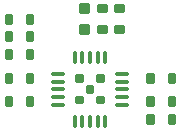
<source format=gtp>
G75*
%MOIN*%
%OFA0B0*%
%FSLAX25Y25*%
%IPPOS*%
%LPD*%
%AMOC8*
5,1,8,0,0,1.08239X$1,22.5*
%
%ADD10C,0.01181*%
%ADD11R,0.01575X0.02362*%
%ADD12C,0.01575*%
%ADD13R,0.02362X0.01575*%
%ADD14R,0.02362X0.02362*%
D10*
X0114670Y0088402D02*
X0117820Y0088402D01*
X0117820Y0090961D02*
X0114670Y0090961D01*
X0114670Y0093520D02*
X0117820Y0093520D01*
X0117820Y0096079D02*
X0114670Y0096079D01*
X0114670Y0098638D02*
X0117820Y0098638D01*
X0122544Y0097850D02*
X0122544Y0096276D01*
X0124119Y0096276D01*
X0124119Y0097850D01*
X0122544Y0097850D01*
X0122544Y0097345D02*
X0124119Y0097345D01*
X0126088Y0094307D02*
X0126088Y0092732D01*
X0127662Y0092732D01*
X0127662Y0094307D01*
X0126088Y0094307D01*
X0126088Y0093806D02*
X0127662Y0093806D01*
X0129631Y0096276D02*
X0129631Y0097850D01*
X0131206Y0097850D01*
X0131206Y0096276D01*
X0129631Y0096276D01*
X0129631Y0097345D02*
X0131206Y0097345D01*
X0135930Y0096079D02*
X0139080Y0096079D01*
X0139080Y0098638D02*
X0135930Y0098638D01*
X0135930Y0093520D02*
X0139080Y0093520D01*
X0139080Y0090961D02*
X0135930Y0090961D01*
X0135930Y0088402D02*
X0139080Y0088402D01*
X0131206Y0089189D02*
X0129631Y0089189D01*
X0129631Y0090764D01*
X0131206Y0090764D01*
X0131206Y0089189D01*
X0131206Y0090267D02*
X0129631Y0090267D01*
X0124119Y0090267D02*
X0122544Y0090267D01*
X0122544Y0090764D02*
X0122544Y0089189D01*
X0124119Y0089189D01*
X0124119Y0090764D01*
X0122544Y0090764D01*
X0121757Y0084465D02*
X0121757Y0081315D01*
X0124316Y0081315D02*
X0124316Y0084465D01*
X0126875Y0084465D02*
X0126875Y0081315D01*
X0129434Y0081315D02*
X0129434Y0084465D01*
X0131993Y0084465D02*
X0131993Y0081315D01*
X0131993Y0102575D02*
X0131993Y0105724D01*
X0129434Y0105724D02*
X0129434Y0102575D01*
X0126875Y0102575D02*
X0126875Y0105724D01*
X0124316Y0105724D02*
X0124316Y0102575D01*
X0121757Y0102575D02*
X0121757Y0105724D01*
D11*
X0106796Y0105331D03*
X0106796Y0111236D03*
X0106796Y0117142D03*
X0099710Y0117142D03*
X0099710Y0111236D03*
X0099710Y0105331D03*
X0099710Y0097457D03*
X0106796Y0097457D03*
X0106796Y0089583D03*
X0099710Y0089583D03*
X0146954Y0089583D03*
X0146954Y0083677D03*
X0154040Y0083677D03*
X0154040Y0089583D03*
X0154040Y0097457D03*
X0146954Y0097457D03*
D12*
X0099119Y0090567D02*
X0099119Y0088598D01*
X0100300Y0088598D01*
X0100300Y0090567D01*
X0099119Y0090567D01*
X0099119Y0096472D02*
X0099119Y0098441D01*
X0100300Y0098441D01*
X0100300Y0096472D01*
X0099119Y0096472D01*
X0106206Y0096472D02*
X0106206Y0098441D01*
X0107387Y0098441D01*
X0107387Y0096472D01*
X0106206Y0096472D01*
X0106206Y0090567D02*
X0107387Y0090567D01*
X0107387Y0088598D01*
X0106206Y0088598D01*
X0106206Y0090567D01*
X0106206Y0104346D02*
X0106206Y0106315D01*
X0107387Y0106315D01*
X0107387Y0104346D01*
X0106206Y0104346D01*
X0100300Y0104346D02*
X0100300Y0106315D01*
X0099119Y0106315D01*
X0099119Y0104346D01*
X0100300Y0104346D01*
X0100300Y0110252D02*
X0099119Y0110252D01*
X0099119Y0112220D01*
X0100300Y0112220D01*
X0100300Y0110252D01*
X0100300Y0116157D02*
X0099119Y0116157D01*
X0099119Y0118126D01*
X0100300Y0118126D01*
X0100300Y0116157D01*
X0106206Y0116157D02*
X0106206Y0118126D01*
X0107387Y0118126D01*
X0107387Y0116157D01*
X0106206Y0116157D01*
X0106206Y0112220D02*
X0107387Y0112220D01*
X0107387Y0110252D01*
X0106206Y0110252D01*
X0106206Y0112220D01*
X0123922Y0112614D02*
X0125891Y0112614D01*
X0125891Y0114583D01*
X0123922Y0114583D01*
X0123922Y0112614D01*
X0129828Y0113008D02*
X0131796Y0113008D01*
X0131796Y0114189D01*
X0129828Y0114189D01*
X0129828Y0113008D01*
X0135733Y0113008D02*
X0137702Y0113008D01*
X0137702Y0114189D01*
X0135733Y0114189D01*
X0135733Y0113008D01*
X0135733Y0120094D02*
X0137702Y0120094D01*
X0137702Y0121276D01*
X0135733Y0121276D01*
X0135733Y0120094D01*
X0131796Y0120094D02*
X0129828Y0120094D01*
X0129828Y0121276D01*
X0131796Y0121276D01*
X0131796Y0120094D01*
X0125891Y0119701D02*
X0123922Y0119701D01*
X0123922Y0121669D01*
X0125891Y0121669D01*
X0125891Y0119701D01*
X0146363Y0098441D02*
X0146363Y0096472D01*
X0147544Y0096472D01*
X0147544Y0098441D01*
X0146363Y0098441D01*
X0146363Y0090567D02*
X0146363Y0088598D01*
X0147544Y0088598D01*
X0147544Y0090567D01*
X0146363Y0090567D01*
X0146363Y0084661D02*
X0146363Y0082693D01*
X0147544Y0082693D01*
X0147544Y0084661D01*
X0146363Y0084661D01*
X0153450Y0084661D02*
X0153450Y0082693D01*
X0154631Y0082693D01*
X0154631Y0084661D01*
X0153450Y0084661D01*
X0153450Y0088598D02*
X0153450Y0090567D01*
X0154631Y0090567D01*
X0154631Y0088598D01*
X0153450Y0088598D01*
X0153450Y0096472D02*
X0153450Y0098441D01*
X0154631Y0098441D01*
X0154631Y0096472D01*
X0153450Y0096472D01*
D13*
X0136718Y0113598D03*
X0130812Y0113598D03*
X0130812Y0120685D03*
X0136718Y0120685D03*
D14*
X0124907Y0120685D03*
X0124907Y0113598D03*
M02*

</source>
